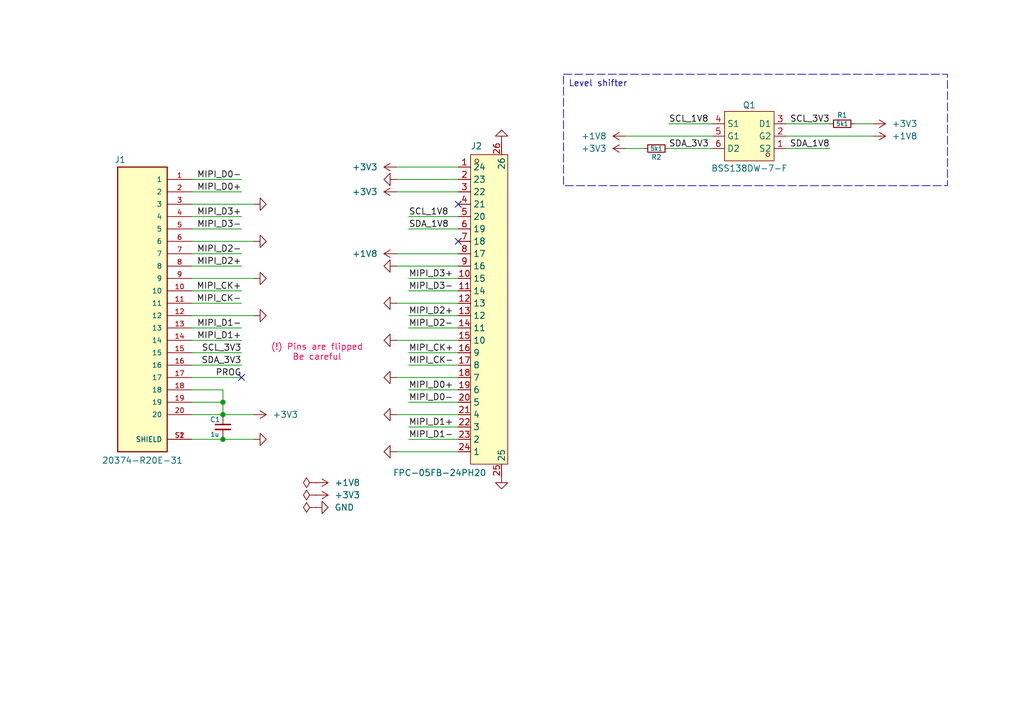
<source format=kicad_sch>
(kicad_sch (version 20250114) (generator "eeschema") (generator_version "9.0")
  (paper "A5")
  (title_block (title "HDZero Camera To Sipeed Board MIPI adapter") (date "2025-07-11") (company "Sigma Logic"))
  (lib_symbols
    (symbol "Device:C_Small" (pin_numbers (hide yes)) (pin_names (offset 0.254) (hide yes))
      (property "Reference" "C" (at 0.254 1.778 0))
      (property "Value" "C_Small" (at 0.254 -2.032 0))
      (symbol "C_Small_0_1"
        (polyline (pts (xy -1.524 0.508) (xy 1.524 0.508)) (stroke (width 0.3048)))
        (polyline (pts (xy -1.524 -0.508) (xy 1.524 -0.508)) (stroke (width 0.3302)))
      )
      (symbol "C_Small_1_1"
        (pin passive line (at 0 2.54 270) (length 2.032) (name "~") (number "1"))
        (pin passive line (at 0 -2.54 90) (length 2.032) (name "~") (number "2"))
      )
    )
    (symbol "Device:R_Small" (pin_numbers (hide yes)) (pin_names (offset 0.254) (hide yes))
      (property "Reference" "R" (at 0 0 90))
      (property "Value" "R_Small" (at 1.778 0 90))
      (symbol "R_Small_0_1"
        (rectangle (start -0.762 1.778) (end 0.762 -1.778) (stroke (width 0.2032)))
      )
      (symbol "R_Small_1_1"
        (pin passive line (at 0 2.54 270) (length 0.762) (name "~") (number "1"))
        (pin passive line (at 0 -2.54 90) (length 0.762) (name "~") (number "2"))
      )
    )
    (symbol "EasyEDA:BSS138DW-7-F"
      (property "Reference" "Q2" (at 0 -6.35 0))
      (property "Value" "BSS138DW-7-F" (at 0 6.604 0))
      (symbol "BSS138DW-7-F_0_1"
        (rectangle (start -5.08 5.08) (end 5.08 -5.08) (fill (type background)))
        (circle (center -3.81 3.81) (radius 0.38))
      )
      (symbol "BSS138DW-7-F_1_1"
        (pin input line (at -7.62 2.54 0) (length 2.54) (name "S2") (number "1"))
        (pin input line (at -7.62 0 0) (length 2.54) (name "G2") (number "2"))
        (pin output line (at -7.62 -2.54 0) (length 2.54) (name "D1") (number "3"))
        (pin output line (at 7.62 2.54 180) (length 2.54) (name "D2") (number "6"))
        (pin input line (at 7.62 0 180) (length 2.54) (name "G1") (number "5"))
        (pin input line (at 7.62 -2.54 180) (length 2.54) (name "S1") (number "4"))
      )
    )
    (symbol "EasyEDA:FPC-05FB-24PH20"
      (property "Reference" "J2" (at -2.54 33.528 0))
      (property "Value" "FPC-05FB-24PH20" (at -8.89 -33.528 0))
      (symbol "FPC-05FB-24PH20_0_1"
        (rectangle (start -2.54 31.75) (end 5.08 -31.75) (fill (type background)))
        (circle (center -1.27 30.48) (radius 0.38))
      )
      (symbol "FPC-05FB-24PH20_1_1"
        (pin passive line (at -5.08 29.21 0) (length 2.54) (name "24") (number "1"))
        (pin passive line (at -5.08 26.67 0) (length 2.54) (name "23") (number "2"))
        (pin passive line (at -5.08 24.13 0) (length 2.54) (name "22") (number "3"))
        (pin passive line (at -5.08 21.59 0) (length 2.54) (name "21") (number "4"))
        (pin passive line (at -5.08 19.05 0) (length 2.54) (name "20") (number "5"))
        (pin passive line (at -5.08 16.51 0) (length 2.54) (name "19") (number "6"))
        (pin passive line (at -5.08 13.97 0) (length 2.54) (name "18") (number "7"))
        (pin passive line (at -5.08 11.43 0) (length 2.54) (name "17") (number "8"))
        (pin passive line (at -5.08 8.89 0) (length 2.54) (name "16") (number "9"))
        (pin passive line (at -5.08 6.35 0) (length 2.54) (name "15") (number "10"))
        (pin passive line (at -5.08 3.81 0) (length 2.54) (name "14") (number "11"))
        (pin passive line (at -5.08 1.27 0) (length 2.54) (name "13") (number "12"))
        (pin passive line (at -5.08 -1.27 0) (length 2.54) (name "12") (number "13"))
        (pin passive line (at -5.08 -3.81 0) (length 2.54) (name "11") (number "14"))
        (pin passive line (at -5.08 -6.35 0) (length 2.54) (name "10") (number "15"))
        (pin passive line (at -5.08 -8.89 0) (length 2.54) (name "9") (number "16"))
        (pin passive line (at -5.08 -11.43 0) (length 2.54) (name "8") (number "17"))
        (pin passive line (at -5.08 -13.97 0) (length 2.54) (name "7") (number "18"))
        (pin passive line (at -5.08 -16.51 0) (length 2.54) (name "6") (number "19"))
        (pin passive line (at -5.08 -19.05 0) (length 2.54) (name "5") (number "20"))
        (pin passive line (at -5.08 -21.59 0) (length 2.54) (name "4") (number "21"))
        (pin passive line (at -5.08 -24.13 0) (length 2.54) (name "3") (number "22"))
        (pin passive line (at -5.08 -26.67 0) (length 2.54) (name "2") (number "23"))
        (pin passive line (at -5.08 -29.21 0) (length 2.54) (name "1") (number "24"))
        (pin passive line (at 3.81 34.29 270) (length 2.54) (name "26") (number "26"))
        (pin passive line (at 3.81 -34.29 90) (length 2.54) (name "25") (number "25"))
      )
    )
    (symbol "Snapeda:20374-R20E-31" (pin_names (offset 1.016))
      (property "Reference" "J" (at -5.08 28.829 0))
      (property "Value" "20374-R20E-31" (at -5.08 -33.02 0))
      (symbol "20374-R20E-31_0_0"
        (rectangle (start -5.08 -30.48) (end 5.08 27.94) (stroke (width 0.254)) (fill (type background)))
        (pin passive line (at -10.16 25.4 0) (length 5.08) (name "1") (number "1"))
        (pin passive line (at -10.16 22.86 0) (length 5.08) (name "2") (number "2"))
        (pin passive line (at -10.16 20.32 0) (length 5.08) (name "3") (number "3"))
        (pin passive line (at -10.16 17.78 0) (length 5.08) (name "4") (number "4"))
        (pin passive line (at -10.16 15.24 0) (length 5.08) (name "5") (number "5"))
        (pin passive line (at -10.16 12.7 0) (length 5.08) (name "6") (number "6"))
        (pin passive line (at -10.16 10.16 0) (length 5.08) (name "7") (number "7"))
        (pin passive line (at -10.16 7.62 0) (length 5.08) (name "8") (number "8"))
        (pin passive line (at -10.16 5.08 0) (length 5.08) (name "9") (number "9"))
        (pin passive line (at -10.16 2.54 0) (length 5.08) (name "10") (number "10"))
        (pin passive line (at -10.16 0 0) (length 5.08) (name "11") (number "11"))
        (pin passive line (at -10.16 -2.54 0) (length 5.08) (name "12") (number "12"))
        (pin passive line (at -10.16 -5.08 0) (length 5.08) (name "13") (number "13"))
        (pin passive line (at -10.16 -7.62 0) (length 5.08) (name "14") (number "14"))
        (pin passive line (at -10.16 -10.16 0) (length 5.08) (name "15") (number "15"))
        (pin passive line (at -10.16 -12.7 0) (length 5.08) (name "16") (number "16"))
        (pin passive line (at -10.16 -15.24 0) (length 5.08) (name "17") (number "17"))
        (pin passive line (at -10.16 -17.78 0) (length 5.08) (name "18") (number "18"))
        (pin passive line (at -10.16 -20.32 0) (length 5.08) (name "19") (number "19"))
        (pin passive line (at -10.16 -22.86 0) (length 5.08) (name "20") (number "20"))
        (pin passive line (at -10.16 -27.94 0) (length 5.08) (name "SHIELD") (number "S1"))
        (pin passive line (at -10.16 -27.94 0) (length 5.08) (name "SHIELD") (number "S2"))
      )
    )
    (symbol "power:+3V3" (power) (pin_numbers (hide yes)) (pin_names (offset 0) (hide yes))
      (property "Value" "+3V3" (at 0 3.556 0))
      (symbol "+3V3_0_1"
        (polyline (pts (xy -0.762 1.27) (xy 0 2.54)))
        (polyline (pts (xy 0 2.54) (xy 0.762 1.27)))
        (polyline (pts (xy 0 0) (xy 0 2.54)))
      )
      (symbol "+3V3_1_1"
        (pin power_in line (at 0 0 90) (length 0) (name "~") (number "1"))
      )
    )
    (symbol "power:GND" (power) (pin_numbers (hide yes)) (pin_names (offset 0) (hide yes))
      (property "Value" "GND" (at 0 -3.81 0))
      (symbol "GND_0_1"
        (polyline (pts (xy 0 0) (xy 0 -1.27) (xy 1.27 -1.27) (xy 0 -2.54) (xy -1.27 -1.27) (xy 0 -1.27)))
      )
      (symbol "GND_1_1"
        (pin power_in line (at 0 0 270) (length 0) (name "~") (number "1"))
      )
    )
    (symbol "power:PWR_FLAG" (power) (pin_numbers (hide yes)) (pin_names (offset 0) (hide yes))
      (property "Value" "PWR_FLAG" (at 0 3.81 0))
      (symbol "PWR_FLAG_0_0"
        (pin power_out line (at 0 0 90) (length 0) (name "~") (number "1"))
      )
      (symbol "PWR_FLAG_0_1"
        (polyline (pts (xy 0 0) (xy 0 1.27) (xy -1.016 1.905) (xy 0 2.54) (xy 1.016 1.905) (xy 0 1.27)))
      )
    )
  )
  (rectangle (start 115.57 15.24) (end 194.31 38.1) (stroke (width 0) (type dash)))
  (text "Level shifter" (at 116.586 17.272 0) (effects (font (size 1.27 1.27)) (justify left)))
  (text "(!) Pins are flipped\nBe careful" (at 65.024 72.39 0) (effects (font (size 1.27 1.27))))
  (junction (at 45.72 85.09))
  (junction (at 45.72 82.55))
  (junction (at 45.72 90.17))
  (no_connect (at 93.98 49.53))
  (no_connect (at 93.98 41.91))
  (no_connect (at 49.53 77.47))
  (wire (pts (xy 39.37 80.01) (xy 45.72 80.01)))
  (wire (pts (xy 52.07 41.91) (xy 39.37 41.91)))
  (wire (pts (xy 93.98 72.39) (xy 83.82 72.39)))
  (wire (pts (xy 93.98 67.31) (xy 83.82 67.31)))
  (wire (pts (xy 39.37 72.39) (xy 49.53 72.39)))
  (wire (pts (xy 93.98 90.17) (xy 83.82 90.17)))
  (wire (pts (xy 49.53 46.99) (xy 39.37 46.99)))
  (wire (pts (xy 93.98 46.99) (xy 83.82 46.99)))
  (wire (pts (xy 179.07 25.4) (xy 175.26 25.4)))
  (wire (pts (xy 93.98 92.71) (xy 81.28 92.71)))
  (wire (pts (xy 146.05 30.48) (xy 137.16 30.48)))
  (wire (pts (xy 93.98 82.55) (xy 83.82 82.55)))
  (wire (pts (xy 45.72 80.01) (xy 45.72 82.55)))
  (wire (pts (xy 39.37 77.47) (xy 49.53 77.47)))
  (wire (pts (xy 39.37 57.15) (xy 52.07 57.15)))
  (wire (pts (xy 49.53 39.37) (xy 39.37 39.37)))
  (wire (pts (xy 93.98 34.29) (xy 81.28 34.29)))
  (wire (pts (xy 137.16 25.4) (xy 146.05 25.4)))
  (wire (pts (xy 49.53 44.45) (xy 39.37 44.45)))
  (wire (pts (xy 170.18 30.48) (xy 161.29 30.48)))
  (wire (pts (xy 49.53 62.23) (xy 39.37 62.23)))
  (wire (pts (xy 45.72 90.17) (xy 52.07 90.17)))
  (wire (pts (xy 49.53 59.69) (xy 39.37 59.69)))
  (wire (pts (xy 93.98 59.69) (xy 83.82 59.69)))
  (wire (pts (xy 81.28 52.07) (xy 93.98 52.07)))
  (wire (pts (xy 132.08 30.48) (xy 128.27 30.48)))
  (wire (pts (xy 39.37 82.55) (xy 45.72 82.55)))
  (wire (pts (xy 93.98 64.77) (xy 83.82 64.77)))
  (wire (pts (xy 93.98 80.01) (xy 83.82 80.01)))
  (wire (pts (xy 93.98 69.85) (xy 81.28 69.85)))
  (wire (pts (xy 39.37 67.31) (xy 49.53 67.31)))
  (wire (pts (xy 39.37 49.53) (xy 52.07 49.53)))
  (wire (pts (xy 170.18 25.4) (xy 161.29 25.4)))
  (wire (pts (xy 93.98 77.47) (xy 81.28 77.47)))
  (wire (pts (xy 81.28 39.37) (xy 93.98 39.37)))
  (wire (pts (xy 93.98 54.61) (xy 81.28 54.61)))
  (wire (pts (xy 45.72 90.17) (xy 39.37 90.17)))
  (wire (pts (xy 49.53 54.61) (xy 39.37 54.61)))
  (wire (pts (xy 81.28 36.83) (xy 93.98 36.83)))
  (wire (pts (xy 39.37 74.93) (xy 49.53 74.93)))
  (wire (pts (xy 93.98 74.93) (xy 83.82 74.93)))
  (wire (pts (xy 39.37 85.09) (xy 45.72 85.09)))
  (wire (pts (xy 93.98 44.45) (xy 83.82 44.45)))
  (wire (pts (xy 39.37 64.77) (xy 52.07 64.77)))
  (wire (pts (xy 81.28 85.09) (xy 93.98 85.09)))
  (wire (pts (xy 39.37 69.85) (xy 49.53 69.85)))
  (wire (pts (xy 128.27 27.94) (xy 146.05 27.94)))
  (wire (pts (xy 49.53 52.07) (xy 39.37 52.07)))
  (wire (pts (xy 93.98 62.23) (xy 81.28 62.23)))
  (wire (pts (xy 179.07 27.94) (xy 161.29 27.94)))
  (wire (pts (xy 45.72 82.55) (xy 45.72 85.09)))
  (wire (pts (xy 45.72 85.09) (xy 52.07 85.09)))
  (wire (pts (xy 93.98 57.15) (xy 83.82 57.15)))
  (wire (pts (xy 49.53 36.83) (xy 39.37 36.83)))
  (wire (pts (xy 93.98 87.63) (xy 83.82 87.63)))
  (label "MIPI_D3-" (at 49.53 46.99 180))
  (label "MIPI_CK-" (at 83.82 74.93 0))
  (label "MIPI_D1+" (at 49.53 69.85 180))
  (label "MIPI_D2+" (at 49.53 54.61 180))
  (label "SCL_1V8" (at 137.16 25.4 0))
  (label "SCL_1V8" (at 83.82 44.45 0))
  (label "SCL_3V3" (at 170.18 25.4 180))
  (label "SDA_1V8" (at 170.18 30.48 180))
  (label "MIPI_D3+" (at 49.53 44.45 180))
  (label "MIPI_D0-" (at 83.82 82.55 0))
  (label "MIPI_D1+" (at 83.82 87.63 0))
  (label "MIPI_CK+" (at 83.82 72.39 0))
  (label "MIPI_CK-" (at 49.53 62.23 180))
  (label "MIPI_D3-" (at 83.82 59.69 0))
  (label "MIPI_D3+" (at 83.82 57.15 0))
  (label "MIPI_CK+" (at 49.53 59.69 180))
  (label "MIPI_D2-" (at 49.53 52.07 180))
  (label "SCL_3V3" (at 49.53 72.39 180))
  (label "MIPI_D0+" (at 49.53 39.37 180))
  (label "MIPI_D2+" (at 83.82 64.77 0))
  (label "MIPI_D0+" (at 83.82 80.01 0))
  (label "SDA_1V8" (at 83.82 46.99 0))
  (label "MIPI_D2-" (at 83.82 67.31 0))
  (label "MIPI_D1-" (at 49.53 67.31 180))
  (label "SDA_3V3" (at 49.53 74.93 180))
  (label "PROG" (at 49.53 77.47 180))
  (label "SDA_3V3" (at 137.16 30.48 0))
  (label "MIPI_D1-" (at 83.82 90.17 0))
  (label "MIPI_D0-" (at 49.53 36.83 180))
  (symbol (lib_id "EasyEDA:BSS138DW-7-F") (at 153.67 27.94 180) (unit 1)
    (property "Reference" "Q1" (at 153.67 21.59 0))
    (property "Value" "BSS138DW-7-F" (at 153.67 34.544 0))
    (property "Footprint" "EasyEDA:SC-70-6_L2.2-W1.3-P0.65-LS2.1-TL" (effects (hide yes)))
    (property "Datasheet" "https://lcsc.com/product-detail/MOSFET_DIODES_BSS138DW-7-F_BSS138DW-7-F_C154900.html" (effects (hide yes)))
    (property "Description" "50V 200mA 200mW 3.5Ω@10V,0.22A 1.5V@250uA 2 N-Channel SC-70-6(SOT-363) MOSFETs ROHS" (effects (hide yes)))
    (property "LCSC" "C154900" (effects (hide yes)))
    (property "Manufacturer Part" "BSS138DW-7-F" (effects (hide yes)))
    (property "Distributor Link" "https://lcsc.com/product-detail/MOSFETs_Diodes-Incorporated-BSS138DW-7-F_C154900.html?s_z=n_BSS138DW" (effects (hide yes)))
  )
  (symbol (lib_id "power:GND") (at 81.28 69.85 270) (mirror x) (unit 1)
    (property "Reference" "#PWR011" (effects (hide yes)))
    (property "Value" "GND" (effects (hide yes)))
    (property "Description" "Power symbol creates a global label with name \"GND\" , ground" (effects (hide yes)))
  )
  (symbol (lib_id "power:+3V3") (at 128.27 30.48 90) (mirror x) (unit 1)
    (property "Reference" "#PWR024" (effects (hide yes)))
    (property "Value" "+3V3" (at 124.46 30.4799 90) (effects (justify left)))
    (property "Description" "Power symbol creates a global label with name \"+3V3\"" (effects (hide yes)))
  )
  (symbol (lib_id "power:GND") (at 52.07 49.53 90) (unit 1)
    (property "Reference" "#PWR02" (effects (hide yes)))
    (property "Value" "GND" (effects (hide yes)))
    (property "Description" "Power symbol creates a global label with name \"GND\" , ground" (effects (hide yes)))
  )
  (symbol (lib_id "power:PWR_FLAG") (at 64.77 99.06 90) (unit 1)
    (property "Reference" "#FLG03" (effects (hide yes)))
    (property "Value" "PWR_FLAG" (effects (hide yes)))
    (property "Description" "Special symbol for telling ERC where power comes from" (effects (hide yes)))
  )
  (symbol (lib_id "power:+3V3") (at 52.07 85.09 270) (unit 1)
    (property "Reference" "#PWR06" (effects (hide yes)))
    (property "Value" "+3V3" (at 55.88 85.0899 90) (effects (justify left)))
    (property "Description" "Power symbol creates a global label with name \"+3V3\"" (effects (hide yes)))
  )
  (symbol (lib_id "Snapeda:20374-R20E-31") (at 29.21 62.23 0) (mirror y) (unit 1)
    (property "Reference" "J1" (at 24.638 32.766 0))
    (property "Value" "20374-R20E-31" (at 29.21 94.488 0))
    (property "Footprint" "Snapeda:20374-R20E-31_I-PEX_20374-R20E-31" (effects (hide yes)))
    (property "Datasheet" "https://www.i-pex.com/sites/default/files/downloads/pdf/CATALOG_CABLINE-SS_E.pdf" (effects (hide yes)))
    (property "Description" "20 POS Right Angle SMD 0.4 mm pitch vertical mating type micro-coaxial connector with friction lock CABLINE SS Receptacle" (effects (hide yes)))
    (property "Manufacturer" "I-PEX" (effects (hide yes)))
    (property "Manufacturer Part" "20374-R20E-31" (effects (hide yes)))
    (property "DigiKey Part" "5378-20374-R20E-31TR-ND" (effects (hide yes)))
    (property "Distributor Link" "https://www.digikey.com/en/products/detail/i-pex/20374-R20E-31/24394701" (effects (hide yes)))
  )
  (symbol (lib_id "power:+3V3") (at 179.07 25.4 270) (mirror x) (unit 1)
    (property "Reference" "#PWR023" (effects (hide yes)))
    (property "Value" "+3V3" (at 182.88 25.3999 90) (effects (justify left)))
    (property "Description" "Power symbol creates a global label with name \"+3V3\"" (effects (hide yes)))
  )
  (symbol (lib_id "power:+3V3") (at 81.28 52.07 90) (mirror x) (unit 1)
    (property "Reference" "#PWR022" (effects (hide yes)))
    (property "Value" "+1V8" (at 77.47 52.0701 90) (effects (justify left)))
    (property "Description" "Power symbol creates a global label with name \"+3V3\"" (effects (hide yes)))
  )
  (symbol (lib_id "power:+3V3") (at 128.27 27.94 90) (mirror x) (unit 1)
    (property "Reference" "#PWR018" (effects (hide yes)))
    (property "Value" "+1V8" (at 124.46 27.9399 90) (effects (justify left)))
    (property "Description" "Power symbol creates a global label with name \"+3V3\"" (effects (hide yes)))
  )
  (symbol (lib_id "power:GND") (at 81.28 92.71 270) (mirror x) (unit 1)
    (property "Reference" "#PWR08" (effects (hide yes)))
    (property "Value" "GND" (effects (hide yes)))
    (property "Description" "Power symbol creates a global label with name \"GND\" , ground" (effects (hide yes)))
  )
  (symbol (lib_id "power:GND") (at 81.28 54.61 270) (mirror x) (unit 1)
    (property "Reference" "#PWR013" (effects (hide yes)))
    (property "Value" "GND" (effects (hide yes)))
    (property "Description" "Power symbol creates a global label with name \"GND\" , ground" (effects (hide yes)))
  )
  (symbol (lib_id "power:+3V3") (at 81.28 39.37 90) (mirror x) (unit 1)
    (property "Reference" "#PWR014" (effects (hide yes)))
    (property "Value" "+3V3" (at 77.47 39.3701 90) (effects (justify left)))
    (property "Description" "Power symbol creates a global label with name \"+3V3\"" (effects (hide yes)))
  )
  (symbol (lib_id "power:GND") (at 81.28 36.83 270) (mirror x) (unit 1)
    (property "Reference" "#PWR016" (effects (hide yes)))
    (property "Value" "GND" (effects (hide yes)))
    (property "Description" "Power symbol creates a global label with name \"GND\" , ground" (effects (hide yes)))
  )
  (symbol (lib_id "Device:R_Small") (at 172.72 25.4 90) (mirror x) (unit 1)
    (property "Reference" "R1" (at 172.72 23.622 90) (effects (font (size 1.016 1.016))))
    (property "Value" "5k1" (at 172.72 25.4 90) (effects (font (size 0.889 0.889))))
    (property "Footprint" "Resistor_SMD:R_0402_1005Metric" (effects (hide yes)))
    (property "Datasheet" "https://lcsc.com/datasheet/lcsc_datasheet_2411221127_UNI-ROYAL-0402WGF5101TCE_C25905.pdf" (effects (hide yes)))
    (property "Description" "62.5mW Thick Film Resistor 50V ±100ppm/℃ ±1% 5.1kΩ 0402 Chip Resistor - Surface Mount ROHS" (effects (hide yes)))
    (property "Manufacturer Part" "0402WGF5101TCE" (effects (hide yes)))
    (property "LCSC" "C25905" (effects (hide yes)))
    (property "Distributor Link" "https://lcsc.com/product-detail/Chip-Resistor-Surface-Mount_UNI-ROYAL-0402WGF5101TCE_C25905.html" (effects (hide yes)))
  )
  (symbol (lib_id "power:+3V3") (at 64.77 99.06 270) (unit 1)
    (property "Reference" "#PWR025" (effects (hide yes)))
    (property "Value" "+1V8" (at 68.58 99.0599 90) (effects (justify left)))
    (property "Description" "Power symbol creates a global label with name \"+3V3\"" (effects (hide yes)))
  )
  (symbol (lib_id "power:GND") (at 52.07 41.91 90) (unit 1)
    (property "Reference" "#PWR01" (effects (hide yes)))
    (property "Value" "GND" (effects (hide yes)))
    (property "Description" "Power symbol creates a global label with name \"GND\" , ground" (effects (hide yes)))
  )
  (symbol (lib_id "power:+3V3") (at 81.28 34.29 90) (mirror x) (unit 1)
    (property "Reference" "#PWR015" (effects (hide yes)))
    (property "Value" "+3V3" (at 77.47 34.2901 90) (effects (justify left)))
    (property "Description" "Power symbol creates a global label with name \"+3V3\"" (effects (hide yes)))
  )
  (symbol (lib_id "power:PWR_FLAG") (at 64.77 101.6 90) (unit 1)
    (property "Reference" "#FLG01" (effects (hide yes)))
    (property "Value" "PWR_FLAG" (effects (hide yes)))
    (property "Description" "Special symbol for telling ERC where power comes from" (effects (hide yes)))
  )
  (symbol (lib_id "power:GND") (at 52.07 64.77 90) (unit 1)
    (property "Reference" "#PWR04" (effects (hide yes)))
    (property "Value" "GND" (effects (hide yes)))
    (property "Description" "Power symbol creates a global label with name \"GND\" , ground" (effects (hide yes)))
  )
  (symbol (lib_id "power:GND") (at 52.07 90.17 90) (unit 1)
    (property "Reference" "#PWR05" (effects (hide yes)))
    (property "Value" "GND" (effects (hide yes)))
    (property "Description" "Power symbol creates a global label with name \"GND\" , ground" (effects (hide yes)))
  )
  (symbol (lib_id "power:PWR_FLAG") (at 64.77 104.14 90) (unit 1)
    (property "Reference" "#FLG02" (effects (hide yes)))
    (property "Value" "PWR_FLAG" (effects (hide yes)))
    (property "Description" "Special symbol for telling ERC where power comes from" (effects (hide yes)))
  )
  (symbol (lib_id "power:GND") (at 81.28 62.23 270) (mirror x) (unit 1)
    (property "Reference" "#PWR012" (effects (hide yes)))
    (property "Value" "GND" (effects (hide yes)))
    (property "Description" "Power symbol creates a global label with name \"GND\" , ground" (effects (hide yes)))
  )
  (symbol (lib_id "power:GND") (at 81.28 85.09 270) (mirror x) (unit 1)
    (property "Reference" "#PWR09" (effects (hide yes)))
    (property "Value" "GND" (effects (hide yes)))
    (property "Description" "Power symbol creates a global label with name \"GND\" , ground" (effects (hide yes)))
  )
  (symbol (lib_id "power:GND") (at 81.28 77.47 270) (mirror x) (unit 1)
    (property "Reference" "#PWR010" (effects (hide yes)))
    (property "Value" "GND" (effects (hide yes)))
    (property "Description" "Power symbol creates a global label with name \"GND\" , ground" (effects (hide yes)))
  )
  (symbol (lib_id "Device:R_Small") (at 134.62 30.48 90) (unit 1)
    (property "Reference" "R2" (at 134.62 32.258 90) (effects (font (size 1.016 1.016))))
    (property "Value" "5k1" (at 134.62 30.48 90) (effects (font (size 0.889 0.889))))
    (property "Footprint" "Resistor_SMD:R_0402_1005Metric" (effects (hide yes)))
    (property "Datasheet" "https://lcsc.com/datasheet/lcsc_datasheet_2411221127_UNI-ROYAL-0402WGF5101TCE_C25905.pdf" (effects (hide yes)))
    (property "Description" "62.5mW Thick Film Resistor 50V ±100ppm/℃ ±1% 5.1kΩ 0402 Chip Resistor - Surface Mount ROHS" (effects (hide yes)))
    (property "Manufacturer Part" "0402WGF5101TCE" (effects (hide yes)))
    (property "LCSC" "C25905" (effects (hide yes)))
    (property "Distributor Link" "https://lcsc.com/product-detail/Chip-Resistor-Surface-Mount_UNI-ROYAL-0402WGF5101TCE_C25905.html" (effects (hide yes)))
  )
  (symbol (lib_id "power:GND") (at 102.87 97.79 0) (unit 1)
    (property "Reference" "#PWR07" (effects (hide yes)))
    (property "Value" "GND" (effects (hide yes)))
    (property "Description" "Power symbol creates a global label with name \"GND\" , ground" (effects (hide yes)))
  )
  (symbol (lib_id "power:GND") (at 52.07 57.15 90) (unit 1)
    (property "Reference" "#PWR03" (effects (hide yes)))
    (property "Value" "GND" (effects (hide yes)))
    (property "Description" "Power symbol creates a global label with name \"GND\" , ground" (effects (hide yes)))
  )
  (symbol (lib_id "power:GND") (at 102.87 29.21 180) (unit 1)
    (property "Reference" "#PWR021" (effects (hide yes)))
    (property "Value" "GND" (effects (hide yes)))
    (property "Description" "Power symbol creates a global label with name \"GND\" , ground" (effects (hide yes)))
  )
  (symbol (lib_id "EasyEDA:FPC-05FB-24PH20") (at 99.06 63.5 0) (unit 1)
    (property "Reference" "J2" (at 96.52 29.972 0) (effects (justify left)))
    (property "Value" "FPC-05FB-24PH20" (at 90.17 97.028 0))
    (property "Footprint" "EasyEDA:FPC-SMD_24P-P0.50_FPC-05FB-24PH20" (effects (hide yes)))
    (property "Datasheet" "https://lcsc.com/datasheet/lcsc_datasheet_2411121000_XUNPU-FPC-05FB-24PH20_C2856831.pdf" (effects (hide yes)))
    (property "Description" "Hinged Lid -25℃~+85℃ 24P Double-Sided Contacts, Top and Bottom Entry Surface Mount, Right Angle 0.5mm SMD,P=0.5mm,Surface Mount,Right Angle FFC, FPC (Flat Flexible) Connector Assemblies ROHS" (effects (hide yes)))
    (property "Manufacturer Part" "FPC-05FB-24PH20" (effects (hide yes)))
    (property "LCSC" "C2856831" (effects (hide yes)))
    (property "Distributor Link" "https://lcsc.com/product-detail/FFC-FPC-Flat-Flexible-Connector-Assemblies_XUNPU-FPC-05FB-24PH20_C2856831.html?s_z=n_FPC-05FB-24PH20" (effects (hide yes)))
  )
  (symbol (lib_id "Device:C_Small") (at 45.72 87.63 0) (unit 1)
    (property "Reference" "C1" (at 45.212 86.106 0) (effects (font (size 1.016 1.016)) (justify right)))
    (property "Value" "1u" (at 44.958 89.154 0) (effects (font (size 0.889 0.889)) (justify right)))
    (property "Footprint" "Capacitor_SMD:C_0402_1005Metric" (effects (hide yes)))
    (property "Description" "16V 1uF X5R ±10% 0402 Multilayer Ceramic Capacitors MLCC - SMD/SMT ROHS" (effects (hide yes)))
    (property "Manufacturer Part" "CL05A105KO5NNNC" (effects (hide yes)))
    (property "LCSC" "C29266" (effects (hide yes)))
    (property "Distributor Link" "https://lcsc.com/product-detail/Multilayer-Ceramic-Capacitors-MLCC-SMD-SMT_Samsung-Electro-Mechanics-CL05A105KO5NNNC_C29266.html?s_z=n_C29266" (effects (hide yes)))
  )
  (symbol (lib_id "power:+3V3") (at 64.77 101.6 270) (unit 1)
    (property "Reference" "#PWR019" (effects (hide yes)))
    (property "Value" "+3V3" (at 68.58 101.5999 90) (effects (justify left)))
    (property "Description" "Power symbol creates a global label with name \"+3V3\"" (effects (hide yes)))
  )
  (symbol (lib_id "power:+3V3") (at 179.07 27.94 270) (unit 1)
    (property "Reference" "#PWR017" (effects (hide yes)))
    (property "Value" "+1V8" (at 182.88 27.9399 90) (effects (justify left)))
    (property "Description" "Power symbol creates a global label with name \"+3V3\"" (effects (hide yes)))
  )
  (symbol (lib_id "power:GND") (at 64.77 104.14 90) (unit 1)
    (property "Reference" "#PWR020" (effects (hide yes)))
    (property "Value" "GND" (at 68.58 104.1399 90) (effects (justify right)))
    (property "Description" "Power symbol creates a global label with name \"GND\" , ground" (effects (hide yes)))
  )
)
</source>
